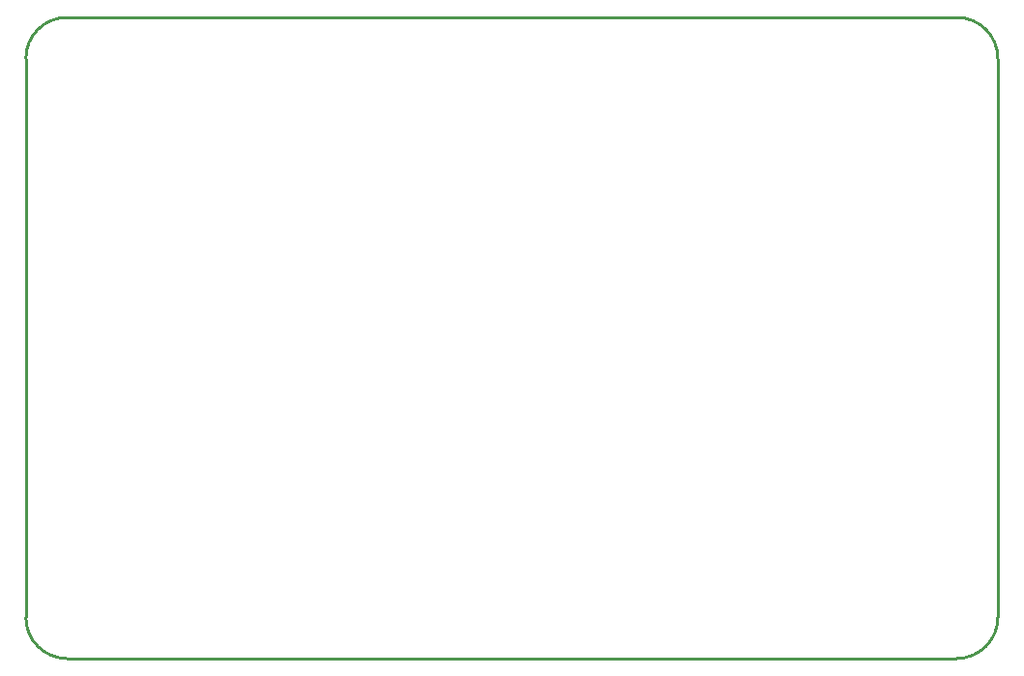
<source format=gko>
G04*
G04 #@! TF.GenerationSoftware,Altium Limited,Altium Designer,22.0.2 (36)*
G04*
G04 Layer_Color=16711935*
%FSLAX25Y25*%
%MOIN*%
G70*
G04*
G04 #@! TF.SameCoordinates,A6D4CE7A-EFCD-4D6A-9A72-3AB9F5591AE9*
G04*
G04*
G04 #@! TF.FilePolarity,Positive*
G04*
G01*
G75*
%ADD16C,0.01000*%
D16*
X43823Y275658D02*
X103323D01*
X351500Y54398D02*
G03*
X365673Y68571I0J14173D01*
G01*
Y261500D02*
G03*
X351500Y275673I-14173J0D01*
G01*
X30579Y68571D02*
G03*
X44752Y54398I14173J0D01*
G01*
Y275658D02*
G03*
X30579Y261484I0J-14173D01*
G01*
X44752Y275658D02*
X351500D01*
X365673Y68571D02*
Y261500D01*
X44752Y54398D02*
X351500D01*
X30579Y68571D02*
Y261484D01*
M02*

</source>
